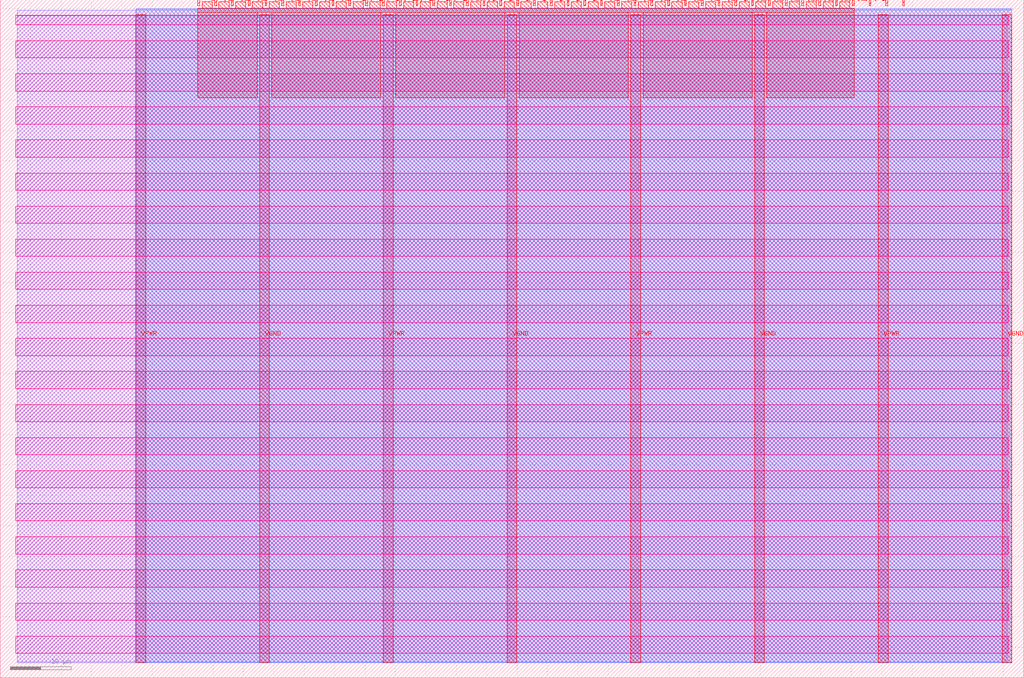
<source format=lef>
VERSION 5.7 ;
  NOWIREEXTENSIONATPIN ON ;
  DIVIDERCHAR "/" ;
  BUSBITCHARS "[]" ;
MACRO tt_um_ttl74hc595_v2_dup
  CLASS BLOCK ;
  FOREIGN tt_um_ttl74hc595_v2_dup ;
  ORIGIN 0.000 0.000 ;
  SIZE 168.360 BY 111.520 ;
  PIN VGND
    DIRECTION INOUT ;
    USE GROUND ;
    PORT
      LAYER met4 ;
        RECT 42.670 2.480 44.270 109.040 ;
    END
    PORT
      LAYER met4 ;
        RECT 83.380 2.480 84.980 109.040 ;
    END
    PORT
      LAYER met4 ;
        RECT 124.090 2.480 125.690 109.040 ;
    END
    PORT
      LAYER met4 ;
        RECT 164.800 2.480 166.400 109.040 ;
    END
  END VGND
  PIN VPWR
    DIRECTION INOUT ;
    USE POWER ;
    PORT
      LAYER met4 ;
        RECT 22.315 2.480 23.915 109.040 ;
    END
    PORT
      LAYER met4 ;
        RECT 63.025 2.480 64.625 109.040 ;
    END
    PORT
      LAYER met4 ;
        RECT 103.735 2.480 105.335 109.040 ;
    END
    PORT
      LAYER met4 ;
        RECT 144.445 2.480 146.045 109.040 ;
    END
  END VPWR
  PIN clk
    DIRECTION INPUT ;
    USE SIGNAL ;
    PORT
      LAYER met4 ;
        RECT 145.670 110.520 145.970 111.520 ;
    END
  END clk
  PIN ena
    DIRECTION INPUT ;
    USE SIGNAL ;
    PORT
      LAYER met4 ;
        RECT 148.430 110.520 148.730 111.520 ;
    END
  END ena
  PIN rst_n
    DIRECTION INPUT ;
    USE SIGNAL ;
    PORT
      LAYER met4 ;
        RECT 142.910 110.520 143.210 111.520 ;
    END
  END rst_n
  PIN ui_in[0]
    DIRECTION INPUT ;
    USE SIGNAL ;
    ANTENNAGATEAREA 0.196500 ;
    PORT
      LAYER met4 ;
        RECT 140.150 110.520 140.450 111.520 ;
    END
  END ui_in[0]
  PIN ui_in[1]
    DIRECTION INPUT ;
    USE SIGNAL ;
    ANTENNAGATEAREA 0.196500 ;
    PORT
      LAYER met4 ;
        RECT 137.390 110.520 137.690 111.520 ;
    END
  END ui_in[1]
  PIN ui_in[2]
    DIRECTION INPUT ;
    USE SIGNAL ;
    ANTENNAGATEAREA 0.247500 ;
    PORT
      LAYER met4 ;
        RECT 134.630 110.520 134.930 111.520 ;
    END
  END ui_in[2]
  PIN ui_in[3]
    DIRECTION INPUT ;
    USE SIGNAL ;
    ANTENNAGATEAREA 0.247500 ;
    PORT
      LAYER met4 ;
        RECT 131.870 110.520 132.170 111.520 ;
    END
  END ui_in[3]
  PIN ui_in[4]
    DIRECTION INPUT ;
    USE SIGNAL ;
    ANTENNAGATEAREA 0.196500 ;
    PORT
      LAYER met4 ;
        RECT 129.110 110.520 129.410 111.520 ;
    END
  END ui_in[4]
  PIN ui_in[5]
    DIRECTION INPUT ;
    USE SIGNAL ;
    PORT
      LAYER met4 ;
        RECT 126.350 110.520 126.650 111.520 ;
    END
  END ui_in[5]
  PIN ui_in[6]
    DIRECTION INPUT ;
    USE SIGNAL ;
    PORT
      LAYER met4 ;
        RECT 123.590 110.520 123.890 111.520 ;
    END
  END ui_in[6]
  PIN ui_in[7]
    DIRECTION INPUT ;
    USE SIGNAL ;
    PORT
      LAYER met4 ;
        RECT 120.830 110.520 121.130 111.520 ;
    END
  END ui_in[7]
  PIN uio_in[0]
    DIRECTION INPUT ;
    USE SIGNAL ;
    PORT
      LAYER met4 ;
        RECT 118.070 110.520 118.370 111.520 ;
    END
  END uio_in[0]
  PIN uio_in[1]
    DIRECTION INPUT ;
    USE SIGNAL ;
    PORT
      LAYER met4 ;
        RECT 115.310 110.520 115.610 111.520 ;
    END
  END uio_in[1]
  PIN uio_in[2]
    DIRECTION INPUT ;
    USE SIGNAL ;
    PORT
      LAYER met4 ;
        RECT 112.550 110.520 112.850 111.520 ;
    END
  END uio_in[2]
  PIN uio_in[3]
    DIRECTION INPUT ;
    USE SIGNAL ;
    PORT
      LAYER met4 ;
        RECT 109.790 110.520 110.090 111.520 ;
    END
  END uio_in[3]
  PIN uio_in[4]
    DIRECTION INPUT ;
    USE SIGNAL ;
    PORT
      LAYER met4 ;
        RECT 107.030 110.520 107.330 111.520 ;
    END
  END uio_in[4]
  PIN uio_in[5]
    DIRECTION INPUT ;
    USE SIGNAL ;
    PORT
      LAYER met4 ;
        RECT 104.270 110.520 104.570 111.520 ;
    END
  END uio_in[5]
  PIN uio_in[6]
    DIRECTION INPUT ;
    USE SIGNAL ;
    PORT
      LAYER met4 ;
        RECT 101.510 110.520 101.810 111.520 ;
    END
  END uio_in[6]
  PIN uio_in[7]
    DIRECTION INPUT ;
    USE SIGNAL ;
    PORT
      LAYER met4 ;
        RECT 98.750 110.520 99.050 111.520 ;
    END
  END uio_in[7]
  PIN uio_oe[0]
    DIRECTION OUTPUT TRISTATE ;
    USE SIGNAL ;
    ANTENNADIFFAREA 0.445500 ;
    PORT
      LAYER met4 ;
        RECT 51.830 110.520 52.130 111.520 ;
    END
  END uio_oe[0]
  PIN uio_oe[1]
    DIRECTION OUTPUT TRISTATE ;
    USE SIGNAL ;
    ANTENNADIFFAREA 0.795200 ;
    PORT
      LAYER met4 ;
        RECT 49.070 110.520 49.370 111.520 ;
    END
  END uio_oe[1]
  PIN uio_oe[2]
    DIRECTION OUTPUT TRISTATE ;
    USE SIGNAL ;
    ANTENNADIFFAREA 0.445500 ;
    PORT
      LAYER met4 ;
        RECT 46.310 110.520 46.610 111.520 ;
    END
  END uio_oe[2]
  PIN uio_oe[3]
    DIRECTION OUTPUT TRISTATE ;
    USE SIGNAL ;
    ANTENNADIFFAREA 0.795200 ;
    PORT
      LAYER met4 ;
        RECT 43.550 110.520 43.850 111.520 ;
    END
  END uio_oe[3]
  PIN uio_oe[4]
    DIRECTION OUTPUT TRISTATE ;
    USE SIGNAL ;
    ANTENNADIFFAREA 0.445500 ;
    PORT
      LAYER met4 ;
        RECT 40.790 110.520 41.090 111.520 ;
    END
  END uio_oe[4]
  PIN uio_oe[5]
    DIRECTION OUTPUT TRISTATE ;
    USE SIGNAL ;
    ANTENNADIFFAREA 0.445500 ;
    PORT
      LAYER met4 ;
        RECT 38.030 110.520 38.330 111.520 ;
    END
  END uio_oe[5]
  PIN uio_oe[6]
    DIRECTION OUTPUT TRISTATE ;
    USE SIGNAL ;
    ANTENNADIFFAREA 0.445500 ;
    PORT
      LAYER met4 ;
        RECT 35.270 110.520 35.570 111.520 ;
    END
  END uio_oe[6]
  PIN uio_oe[7]
    DIRECTION OUTPUT TRISTATE ;
    USE SIGNAL ;
    ANTENNADIFFAREA 0.445500 ;
    PORT
      LAYER met4 ;
        RECT 32.510 110.520 32.810 111.520 ;
    END
  END uio_oe[7]
  PIN uio_out[0]
    DIRECTION OUTPUT TRISTATE ;
    USE SIGNAL ;
    ANTENNADIFFAREA 0.891000 ;
    PORT
      LAYER met4 ;
        RECT 73.910 110.520 74.210 111.520 ;
    END
  END uio_out[0]
  PIN uio_out[1]
    DIRECTION OUTPUT TRISTATE ;
    USE SIGNAL ;
    ANTENNADIFFAREA 0.891000 ;
    PORT
      LAYER met4 ;
        RECT 71.150 110.520 71.450 111.520 ;
    END
  END uio_out[1]
  PIN uio_out[2]
    DIRECTION OUTPUT TRISTATE ;
    USE SIGNAL ;
    ANTENNADIFFAREA 0.891000 ;
    PORT
      LAYER met4 ;
        RECT 68.390 110.520 68.690 111.520 ;
    END
  END uio_out[2]
  PIN uio_out[3]
    DIRECTION OUTPUT TRISTATE ;
    USE SIGNAL ;
    ANTENNADIFFAREA 0.891000 ;
    PORT
      LAYER met4 ;
        RECT 65.630 110.520 65.930 111.520 ;
    END
  END uio_out[3]
  PIN uio_out[4]
    DIRECTION OUTPUT TRISTATE ;
    USE SIGNAL ;
    ANTENNADIFFAREA 0.891000 ;
    PORT
      LAYER met4 ;
        RECT 62.870 110.520 63.170 111.520 ;
    END
  END uio_out[4]
  PIN uio_out[5]
    DIRECTION OUTPUT TRISTATE ;
    USE SIGNAL ;
    ANTENNADIFFAREA 0.891000 ;
    PORT
      LAYER met4 ;
        RECT 60.110 110.520 60.410 111.520 ;
    END
  END uio_out[5]
  PIN uio_out[6]
    DIRECTION OUTPUT TRISTATE ;
    USE SIGNAL ;
    ANTENNADIFFAREA 0.891000 ;
    PORT
      LAYER met4 ;
        RECT 57.350 110.520 57.650 111.520 ;
    END
  END uio_out[6]
  PIN uio_out[7]
    DIRECTION OUTPUT TRISTATE ;
    USE SIGNAL ;
    ANTENNADIFFAREA 0.891000 ;
    PORT
      LAYER met4 ;
        RECT 54.590 110.520 54.890 111.520 ;
    END
  END uio_out[7]
  PIN uo_out[0]
    DIRECTION OUTPUT TRISTATE ;
    USE SIGNAL ;
    PORT
      LAYER met4 ;
        RECT 95.990 110.520 96.290 111.520 ;
    END
  END uo_out[0]
  PIN uo_out[1]
    DIRECTION OUTPUT TRISTATE ;
    USE SIGNAL ;
    PORT
      LAYER met4 ;
        RECT 93.230 110.520 93.530 111.520 ;
    END
  END uo_out[1]
  PIN uo_out[2]
    DIRECTION OUTPUT TRISTATE ;
    USE SIGNAL ;
    PORT
      LAYER met4 ;
        RECT 90.470 110.520 90.770 111.520 ;
    END
  END uo_out[2]
  PIN uo_out[3]
    DIRECTION OUTPUT TRISTATE ;
    USE SIGNAL ;
    PORT
      LAYER met4 ;
        RECT 87.710 110.520 88.010 111.520 ;
    END
  END uo_out[3]
  PIN uo_out[4]
    DIRECTION OUTPUT TRISTATE ;
    USE SIGNAL ;
    PORT
      LAYER met4 ;
        RECT 84.950 110.520 85.250 111.520 ;
    END
  END uo_out[4]
  PIN uo_out[5]
    DIRECTION OUTPUT TRISTATE ;
    USE SIGNAL ;
    PORT
      LAYER met4 ;
        RECT 82.190 110.520 82.490 111.520 ;
    END
  END uo_out[5]
  PIN uo_out[6]
    DIRECTION OUTPUT TRISTATE ;
    USE SIGNAL ;
    PORT
      LAYER met4 ;
        RECT 79.430 110.520 79.730 111.520 ;
    END
  END uo_out[6]
  PIN uo_out[7]
    DIRECTION OUTPUT TRISTATE ;
    USE SIGNAL ;
    PORT
      LAYER met4 ;
        RECT 76.670 110.520 76.970 111.520 ;
    END
  END uo_out[7]
  OBS
      LAYER nwell ;
        RECT 2.570 107.385 165.790 108.990 ;
        RECT 2.570 101.945 165.790 104.775 ;
        RECT 2.570 96.505 165.790 99.335 ;
        RECT 2.570 91.065 165.790 93.895 ;
        RECT 2.570 85.625 165.790 88.455 ;
        RECT 2.570 80.185 165.790 83.015 ;
        RECT 2.570 74.745 165.790 77.575 ;
        RECT 2.570 69.305 165.790 72.135 ;
        RECT 2.570 63.865 165.790 66.695 ;
        RECT 2.570 58.425 165.790 61.255 ;
        RECT 2.570 52.985 165.790 55.815 ;
        RECT 2.570 47.545 165.790 50.375 ;
        RECT 2.570 42.105 165.790 44.935 ;
        RECT 2.570 36.665 165.790 39.495 ;
        RECT 2.570 31.225 165.790 34.055 ;
        RECT 2.570 25.785 165.790 28.615 ;
        RECT 2.570 20.345 165.790 23.175 ;
        RECT 2.570 14.905 165.790 17.735 ;
        RECT 2.570 9.465 165.790 12.295 ;
        RECT 2.570 4.025 165.790 6.855 ;
      LAYER li1 ;
        RECT 2.760 2.635 165.600 108.885 ;
      LAYER met1 ;
        RECT 2.760 2.480 166.400 109.780 ;
      LAYER met2 ;
        RECT 22.345 2.535 166.370 110.005 ;
      LAYER met3 ;
        RECT 22.325 2.555 166.390 109.985 ;
      LAYER met4 ;
        RECT 33.210 110.120 34.870 111.170 ;
        RECT 35.970 110.120 37.630 111.170 ;
        RECT 38.730 110.120 40.390 111.170 ;
        RECT 41.490 110.120 43.150 111.170 ;
        RECT 44.250 110.120 45.910 111.170 ;
        RECT 47.010 110.120 48.670 111.170 ;
        RECT 49.770 110.120 51.430 111.170 ;
        RECT 52.530 110.120 54.190 111.170 ;
        RECT 55.290 110.120 56.950 111.170 ;
        RECT 58.050 110.120 59.710 111.170 ;
        RECT 60.810 110.120 62.470 111.170 ;
        RECT 63.570 110.120 65.230 111.170 ;
        RECT 66.330 110.120 67.990 111.170 ;
        RECT 69.090 110.120 70.750 111.170 ;
        RECT 71.850 110.120 73.510 111.170 ;
        RECT 74.610 110.120 76.270 111.170 ;
        RECT 77.370 110.120 79.030 111.170 ;
        RECT 80.130 110.120 81.790 111.170 ;
        RECT 82.890 110.120 84.550 111.170 ;
        RECT 85.650 110.120 87.310 111.170 ;
        RECT 88.410 110.120 90.070 111.170 ;
        RECT 91.170 110.120 92.830 111.170 ;
        RECT 93.930 110.120 95.590 111.170 ;
        RECT 96.690 110.120 98.350 111.170 ;
        RECT 99.450 110.120 101.110 111.170 ;
        RECT 102.210 110.120 103.870 111.170 ;
        RECT 104.970 110.120 106.630 111.170 ;
        RECT 107.730 110.120 109.390 111.170 ;
        RECT 110.490 110.120 112.150 111.170 ;
        RECT 113.250 110.120 114.910 111.170 ;
        RECT 116.010 110.120 117.670 111.170 ;
        RECT 118.770 110.120 120.430 111.170 ;
        RECT 121.530 110.120 123.190 111.170 ;
        RECT 124.290 110.120 125.950 111.170 ;
        RECT 127.050 110.120 128.710 111.170 ;
        RECT 129.810 110.120 131.470 111.170 ;
        RECT 132.570 110.120 134.230 111.170 ;
        RECT 135.330 110.120 136.990 111.170 ;
        RECT 138.090 110.120 139.750 111.170 ;
        RECT 32.495 109.440 140.465 110.120 ;
        RECT 32.495 95.375 42.270 109.440 ;
        RECT 44.670 95.375 62.625 109.440 ;
        RECT 65.025 95.375 82.980 109.440 ;
        RECT 85.380 95.375 103.335 109.440 ;
        RECT 105.735 95.375 123.690 109.440 ;
        RECT 126.090 95.375 140.465 109.440 ;
  END
END tt_um_ttl74hc595_v2_dup
END LIBRARY


</source>
